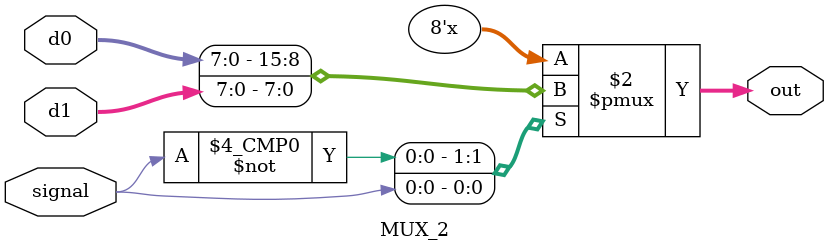
<source format=v>
`timescale 1ns / 1ps
 
module MUX_2 #(parameter WIDTH = 8)(
	input wire[WIDTH-1:0] d0,d1,
	input wire signal,
	output reg[WIDTH-1:0] out
    );
	
	always @(*) begin
	   case(signal)
	       1'b0: out = d0;
	       1'b1: out = d1;
       endcase
	end

endmodule

</source>
